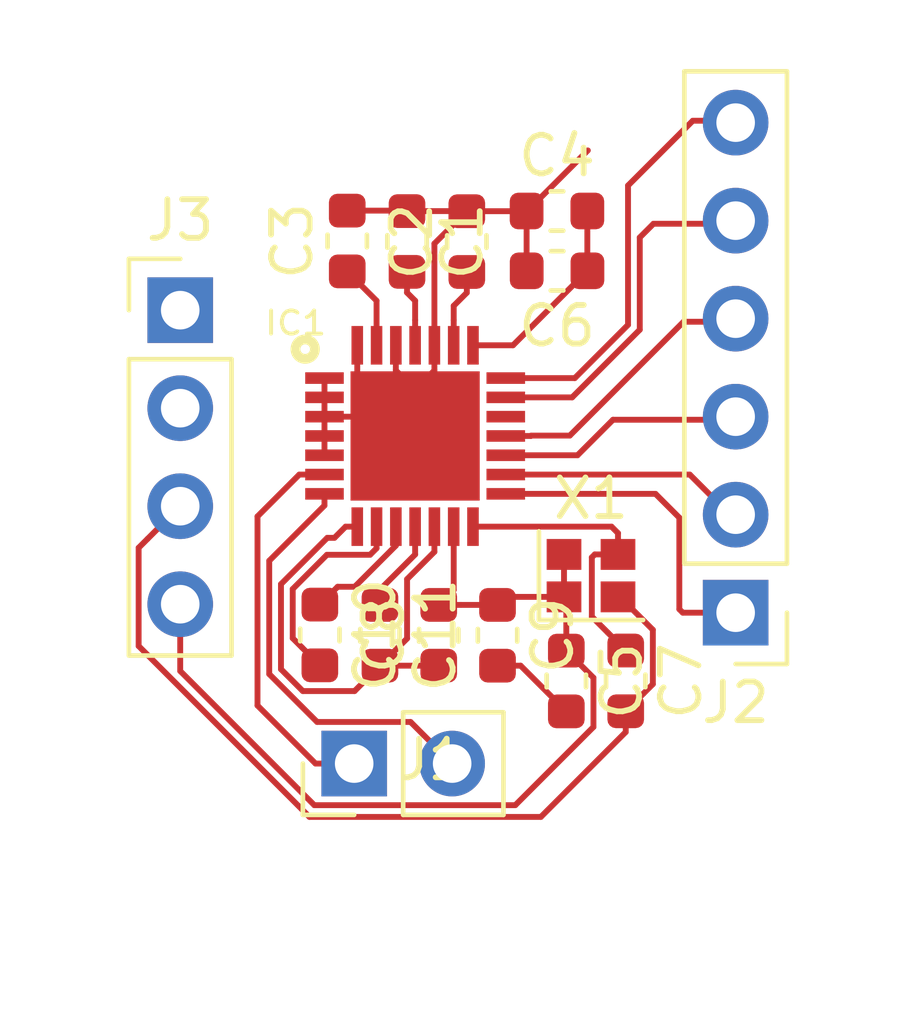
<source format=kicad_pcb>
(kicad_pcb (version 20171130) (host pcbnew "(5.0.1)-3")

  (general
    (thickness 1.6)
    (drawings 0)
    (tracks 152)
    (zones 0)
    (modules 16)
    (nets 20)
  )

  (page A4)
  (layers
    (0 F.Cu signal)
    (31 B.Cu signal)
    (32 B.Adhes user)
    (33 F.Adhes user)
    (34 B.Paste user)
    (35 F.Paste user)
    (36 B.SilkS user hide)
    (37 F.SilkS user)
    (38 B.Mask user)
    (39 F.Mask user hide)
    (40 Dwgs.User user)
    (41 Cmts.User user)
    (42 Eco1.User user)
    (43 Eco2.User user)
    (44 Edge.Cuts user)
    (45 Margin user)
    (46 B.CrtYd user)
    (47 F.CrtYd user)
    (48 B.Fab user)
    (49 F.Fab user)
  )

  (setup
    (last_trace_width 0.152)
    (trace_clearance 0.1524)
    (zone_clearance 0.508)
    (zone_45_only no)
    (trace_min 0.05)
    (segment_width 0.2)
    (edge_width 0.15)
    (via_size 0.508)
    (via_drill 0.3302)
    (via_min_size 0.152)
    (via_min_drill 0.3302)
    (uvia_size 0.508)
    (uvia_drill 0.3302)
    (uvias_allowed no)
    (uvia_min_size 0.2)
    (uvia_min_drill 0.1)
    (pcb_text_width 0.3)
    (pcb_text_size 1.5 1.5)
    (mod_edge_width 0.15)
    (mod_text_size 1 1)
    (mod_text_width 0.15)
    (pad_size 0.3 1)
    (pad_drill 0)
    (pad_to_mask_clearance 0.051)
    (solder_mask_min_width 0.25)
    (aux_axis_origin 0 0)
    (visible_elements 7FFFFFFF)
    (pcbplotparams
      (layerselection 0x010fc_ffffffff)
      (usegerberextensions false)
      (usegerberattributes false)
      (usegerberadvancedattributes false)
      (creategerberjobfile false)
      (excludeedgelayer true)
      (linewidth 0.100000)
      (plotframeref false)
      (viasonmask false)
      (mode 1)
      (useauxorigin false)
      (hpglpennumber 1)
      (hpglpenspeed 20)
      (hpglpendiameter 15.000000)
      (psnegative false)
      (psa4output false)
      (plotreference true)
      (plotvalue true)
      (plotinvisibletext false)
      (padsonsilk false)
      (subtractmaskfromsilk false)
      (outputformat 1)
      (mirror false)
      (drillshape 1)
      (scaleselection 1)
      (outputdirectory ""))
  )

  (net 0 "")
  (net 1 AGND)
  (net 2 "Net-(C1-Pad2)")
  (net 3 AVDD)
  (net 4 DVDD)
  (net 5 /INTB)
  (net 6 /INT2B)
  (net 7 /SDO)
  (net 8 /SDI)
  (net 9 /SCLK)
  (net 10 /CSB)
  (net 11 /FCLK)
  (net 12 "Net-(IC1-Pad7)")
  (net 13 "Net-(IC1-Pad6)")
  (net 14 DGND)
  (net 15 "Net-(C2-Pad1)")
  (net 16 "Net-(C3-Pad1)")
  (net 17 "Net-(C10-Pad1)")
  (net 18 "Net-(C10-Pad2)")
  (net 19 "Net-(C11-Pad1)")

  (net_class Default "This is the default net class."
    (clearance 0.1524)
    (trace_width 0.152)
    (via_dia 0.508)
    (via_drill 0.3302)
    (uvia_dia 0.508)
    (uvia_drill 0.3302)
    (add_net /CSB)
    (add_net /FCLK)
    (add_net /INT2B)
    (add_net /INTB)
    (add_net /SCLK)
    (add_net /SDI)
    (add_net /SDO)
    (add_net AGND)
    (add_net AVDD)
    (add_net DGND)
    (add_net DVDD)
    (add_net "Net-(C1-Pad2)")
    (add_net "Net-(C10-Pad1)")
    (add_net "Net-(C10-Pad2)")
    (add_net "Net-(C11-Pad1)")
    (add_net "Net-(C2-Pad1)")
    (add_net "Net-(C3-Pad1)")
    (add_net "Net-(IC1-Pad6)")
    (add_net "Net-(IC1-Pad7)")
  )

  (module Capacitor_SMD:C_0603_1608Metric (layer F.Cu) (tedit 5B301BBE) (tstamp 5D79C830)
    (at 245.19 85 270)
    (descr "Capacitor SMD 0603 (1608 Metric), square (rectangular) end terminal, IPC_7351 nominal, (Body size source: http://www.tortai-tech.com/upload/download/2011102023233369053.pdf), generated with kicad-footprint-generator")
    (tags capacitor)
    (path /5DC2B951)
    (attr smd)
    (fp_text reference C5 (at 0 -1.43 270) (layer F.SilkS)
      (effects (font (size 1 1) (thickness 0.15)))
    )
    (fp_text value 0.1uF (at 0 1.43 270) (layer F.Fab)
      (effects (font (size 1 1) (thickness 0.15)))
    )
    (fp_line (start -0.8 0.4) (end -0.8 -0.4) (layer F.Fab) (width 0.1))
    (fp_line (start -0.8 -0.4) (end 0.8 -0.4) (layer F.Fab) (width 0.1))
    (fp_line (start 0.8 -0.4) (end 0.8 0.4) (layer F.Fab) (width 0.1))
    (fp_line (start 0.8 0.4) (end -0.8 0.4) (layer F.Fab) (width 0.1))
    (fp_line (start -0.162779 -0.51) (end 0.162779 -0.51) (layer F.SilkS) (width 0.12))
    (fp_line (start -0.162779 0.51) (end 0.162779 0.51) (layer F.SilkS) (width 0.12))
    (fp_line (start -1.48 0.73) (end -1.48 -0.73) (layer F.CrtYd) (width 0.05))
    (fp_line (start -1.48 -0.73) (end 1.48 -0.73) (layer F.CrtYd) (width 0.05))
    (fp_line (start 1.48 -0.73) (end 1.48 0.73) (layer F.CrtYd) (width 0.05))
    (fp_line (start 1.48 0.73) (end -1.48 0.73) (layer F.CrtYd) (width 0.05))
    (fp_text user %R (at 0 0 270) (layer F.Fab)
      (effects (font (size 0.4 0.4) (thickness 0.06)))
    )
    (pad 1 smd roundrect (at -0.7875 0 270) (size 0.875 0.95) (layers F.Cu F.Paste F.Mask) (roundrect_rratio 0.25)
      (net 4 DVDD))
    (pad 2 smd roundrect (at 0.7875 0 270) (size 0.875 0.95) (layers F.Cu F.Paste F.Mask) (roundrect_rratio 0.25)
      (net 14 DGND))
    (model ${KISYS3DMOD}/Capacitor_SMD.3dshapes/C_0603_1608Metric.wrl
      (at (xyz 0 0 0))
      (scale (xyz 1 1 1))
      (rotate (xyz 0 0 0))
    )
  )

  (module Capacitor_SMD:C_0603_1608Metric (layer F.Cu) (tedit 5B301BBE) (tstamp 5D79C841)
    (at 246.73 84.9975 270)
    (descr "Capacitor SMD 0603 (1608 Metric), square (rectangular) end terminal, IPC_7351 nominal, (Body size source: http://www.tortai-tech.com/upload/download/2011102023233369053.pdf), generated with kicad-footprint-generator")
    (tags capacitor)
    (path /5DB92604)
    (attr smd)
    (fp_text reference C7 (at 0 -1.43 270) (layer F.SilkS)
      (effects (font (size 1 1) (thickness 0.15)))
    )
    (fp_text value 15pF (at 0 1.43 270) (layer F.Fab)
      (effects (font (size 1 1) (thickness 0.15)))
    )
    (fp_text user %R (at 0 0 270) (layer F.Fab)
      (effects (font (size 0.4 0.4) (thickness 0.06)))
    )
    (fp_line (start 1.48 0.73) (end -1.48 0.73) (layer F.CrtYd) (width 0.05))
    (fp_line (start 1.48 -0.73) (end 1.48 0.73) (layer F.CrtYd) (width 0.05))
    (fp_line (start -1.48 -0.73) (end 1.48 -0.73) (layer F.CrtYd) (width 0.05))
    (fp_line (start -1.48 0.73) (end -1.48 -0.73) (layer F.CrtYd) (width 0.05))
    (fp_line (start -0.162779 0.51) (end 0.162779 0.51) (layer F.SilkS) (width 0.12))
    (fp_line (start -0.162779 -0.51) (end 0.162779 -0.51) (layer F.SilkS) (width 0.12))
    (fp_line (start 0.8 0.4) (end -0.8 0.4) (layer F.Fab) (width 0.1))
    (fp_line (start 0.8 -0.4) (end 0.8 0.4) (layer F.Fab) (width 0.1))
    (fp_line (start -0.8 -0.4) (end 0.8 -0.4) (layer F.Fab) (width 0.1))
    (fp_line (start -0.8 0.4) (end -0.8 -0.4) (layer F.Fab) (width 0.1))
    (pad 2 smd roundrect (at 0.7875 0 270) (size 0.875 0.95) (layers F.Cu F.Paste F.Mask) (roundrect_rratio 0.25)
      (net 14 DGND))
    (pad 1 smd roundrect (at -0.7875 0 270) (size 0.875 0.95) (layers F.Cu F.Paste F.Mask) (roundrect_rratio 0.25)
      (net 11 /FCLK))
    (model ${KISYS3DMOD}/Capacitor_SMD.3dshapes/C_0603_1608Metric.wrl
      (at (xyz 0 0 0))
      (scale (xyz 1 1 1))
      (rotate (xyz 0 0 0))
    )
  )

  (module Capacitor_SMD:C_0603_1608Metric (layer F.Cu) (tedit 5B301BBE) (tstamp 5D79B461)
    (at 241.882 83.8155 90)
    (descr "Capacitor SMD 0603 (1608 Metric), square (rectangular) end terminal, IPC_7351 nominal, (Body size source: http://www.tortai-tech.com/upload/download/2011102023233369053.pdf), generated with kicad-footprint-generator")
    (tags capacitor)
    (path /5D9B740B)
    (attr smd)
    (fp_text reference C8 (at 0 -1.43 90) (layer F.SilkS)
      (effects (font (size 1 1) (thickness 0.15)))
    )
    (fp_text value 10uF (at 0 1.43 90) (layer F.Fab)
      (effects (font (size 1 1) (thickness 0.15)))
    )
    (fp_line (start -0.8 0.4) (end -0.8 -0.4) (layer F.Fab) (width 0.1))
    (fp_line (start -0.8 -0.4) (end 0.8 -0.4) (layer F.Fab) (width 0.1))
    (fp_line (start 0.8 -0.4) (end 0.8 0.4) (layer F.Fab) (width 0.1))
    (fp_line (start 0.8 0.4) (end -0.8 0.4) (layer F.Fab) (width 0.1))
    (fp_line (start -0.162779 -0.51) (end 0.162779 -0.51) (layer F.SilkS) (width 0.12))
    (fp_line (start -0.162779 0.51) (end 0.162779 0.51) (layer F.SilkS) (width 0.12))
    (fp_line (start -1.48 0.73) (end -1.48 -0.73) (layer F.CrtYd) (width 0.05))
    (fp_line (start -1.48 -0.73) (end 1.48 -0.73) (layer F.CrtYd) (width 0.05))
    (fp_line (start 1.48 -0.73) (end 1.48 0.73) (layer F.CrtYd) (width 0.05))
    (fp_line (start 1.48 0.73) (end -1.48 0.73) (layer F.CrtYd) (width 0.05))
    (fp_text user %R (at 0 0 90) (layer F.Fab)
      (effects (font (size 0.4 0.4) (thickness 0.06)))
    )
    (pad 1 smd roundrect (at -0.7875 0 90) (size 0.875 0.95) (layers F.Cu F.Paste F.Mask) (roundrect_rratio 0.25)
      (net 14 DGND))
    (pad 2 smd roundrect (at 0.7875 0 90) (size 0.875 0.95) (layers F.Cu F.Paste F.Mask) (roundrect_rratio 0.25)
      (net 4 DVDD))
    (model ${KISYS3DMOD}/Capacitor_SMD.3dshapes/C_0603_1608Metric.wrl
      (at (xyz 0 0 0))
      (scale (xyz 1 1 1))
      (rotate (xyz 0 0 0))
    )
  )

  (module Package_DFN_QFN:QFN50P500X500X80-29N (layer F.Cu) (tedit 5D78EE5D) (tstamp 5D79AF9C)
    (at 241.27 78.65)
    (descr "21-0140 AH")
    (tags "Integrated Circuit")
    (path /5D5FA980)
    (attr smd)
    (fp_text reference IC1 (at -3.1 -2.925 180) (layer F.SilkS)
      (effects (font (size 0.6 0.65) (thickness 0.1)))
    )
    (fp_text value MAX30003CTI+ (at 0 0) (layer F.SilkS) hide
      (effects (font (size 1.27 1.27) (thickness 0.254)))
    )
    (fp_circle (center -2.85 -2.25) (end -2.725 -2.25) (layer F.SilkS) (width 0.254))
    (fp_line (start -2.5 -2) (end -2 -2.5) (layer Dwgs.User) (width 0.1))
    (fp_line (start -2.5 2.5) (end -2.5 -2.5) (layer Dwgs.User) (width 0.1))
    (fp_line (start 2.5 2.5) (end -2.5 2.5) (layer Dwgs.User) (width 0.1))
    (fp_line (start 2.5 -2.5) (end 2.5 2.5) (layer Dwgs.User) (width 0.1))
    (fp_line (start -2.5 -2.5) (end 2.5 -2.5) (layer Dwgs.User) (width 0.1))
    (fp_line (start -3.1 3.1) (end -3.1 -3.1) (layer Dwgs.User) (width 0.05))
    (fp_line (start 3.1 3.1) (end -3.1 3.1) (layer Dwgs.User) (width 0.05))
    (fp_line (start 3.1 -3.1) (end 3.1 3.1) (layer Dwgs.User) (width 0.05))
    (fp_line (start -3.1 -3.1) (end 3.1 -3.1) (layer Dwgs.User) (width 0.05))
    (pad 29 smd rect (at 0 0) (size 3.35 3.35) (layers F.Cu F.Paste F.Mask)
      (net 1 AGND))
    (pad 28 smd rect (at -1.5 -2.35) (size 0.3 1) (layers F.Cu F.Paste F.Mask)
      (net 1 AGND))
    (pad 27 smd rect (at -1 -2.35) (size 0.3 1) (layers F.Cu F.Paste F.Mask)
      (net 16 "Net-(C3-Pad1)"))
    (pad 26 smd rect (at -0.5 -2.35) (size 0.3 1) (layers F.Cu F.Paste F.Mask)
      (net 1 AGND))
    (pad 25 smd rect (at 0 -2.35) (size 0.3 1) (layers F.Cu F.Paste F.Mask)
      (net 2 "Net-(C1-Pad2)"))
    (pad 24 smd rect (at 0.5 -2.35) (size 0.3 1) (layers F.Cu F.Paste F.Mask)
      (net 1 AGND))
    (pad 23 smd rect (at 1 -2.35) (size 0.3 1) (layers F.Cu F.Paste F.Mask)
      (net 15 "Net-(C2-Pad1)"))
    (pad 22 smd rect (at 1.5 -2.35) (size 0.3 1) (layers F.Cu F.Paste F.Mask)
      (net 3 AVDD))
    (pad 21 smd rect (at 2.35 -1.5 90) (size 0.3 1) (layers F.Cu F.Paste F.Mask)
      (net 5 /INTB))
    (pad 20 smd rect (at 2.35 -1 90) (size 0.3 1) (layers F.Cu F.Paste F.Mask)
      (net 6 /INT2B))
    (pad 19 smd rect (at 2.35 -0.5 90) (size 0.3 1) (layers F.Cu F.Paste F.Mask)
      (net 4 DVDD))
    (pad 18 smd rect (at 2.35 0 90) (size 0.3 1) (layers F.Cu F.Paste F.Mask)
      (net 7 /SDO))
    (pad 17 smd rect (at 2.35 0.5 90) (size 0.3 1) (layers F.Cu F.Paste F.Mask)
      (net 8 /SDI))
    (pad 16 smd rect (at 2.35 1 90) (size 0.3 1) (layers F.Cu F.Paste F.Mask)
      (net 9 /SCLK))
    (pad 15 smd rect (at 2.35 1.5 90) (size 0.3 1) (layers F.Cu F.Paste F.Mask)
      (net 10 /CSB))
    (pad 14 smd rect (at 1.5 2.35) (size 0.3 1) (layers F.Cu F.Paste F.Mask)
      (net 11 /FCLK))
    (pad 13 smd rect (at 1 2.35) (size 0.3 1) (layers F.Cu F.Paste F.Mask)
      (net 4 DVDD))
    (pad 12 smd rect (at 0.5 2.35) (size 0.3 1) (layers F.Cu F.Paste F.Mask)
      (net 14 DGND))
    (pad 11 smd rect (at 0 2.35) (size 0.3 1) (layers F.Cu F.Paste F.Mask)
      (net 19 "Net-(C11-Pad1)"))
    (pad 10 smd rect (at -0.5 2.35) (size 0.3 1) (layers F.Cu F.Paste F.Mask)
      (net 17 "Net-(C10-Pad1)"))
    (pad 9 smd rect (at -1 2.35) (size 0.3 1) (layers F.Cu F.Paste F.Mask)
      (net 18 "Net-(C10-Pad2)"))
    (pad 8 smd rect (at -1.5 2.35) (size 0.3 1) (layers F.Cu F.Paste F.Mask)
      (net 14 DGND))
    (pad 7 smd rect (at -2.35 1.5 90) (size 0.3 1) (layers F.Cu F.Paste F.Mask)
      (net 12 "Net-(IC1-Pad7)"))
    (pad 6 smd rect (at -2.35 1 90) (size 0.3 1) (layers F.Cu F.Paste F.Mask)
      (net 13 "Net-(IC1-Pad6)"))
    (pad 5 smd rect (at -2.35 0.5 90) (size 0.3 1) (layers F.Cu F.Paste F.Mask)
      (net 1 AGND))
    (pad 4 smd rect (at -2.35 0 90) (size 0.3 1) (layers F.Cu F.Paste F.Mask)
      (net 1 AGND))
    (pad 3 smd rect (at -2.35 -0.5 90) (size 0.3 1) (layers F.Cu F.Paste F.Mask)
      (net 1 AGND))
    (pad 2 smd rect (at -2.35 -1 90) (size 0.3 1) (layers F.Cu F.Paste F.Mask)
      (net 1 AGND))
    (pad 1 smd rect (at -2.35 -1.5 90) (size 0.3 1) (layers F.Cu F.Paste F.Mask)
      (net 1 AGND))
  )

  (module Capacitor_SMD:C_0603_1608Metric (layer F.Cu) (tedit 5B301BBE) (tstamp 5D79DA19)
    (at 241.06 73.61 270)
    (descr "Capacitor SMD 0603 (1608 Metric), square (rectangular) end terminal, IPC_7351 nominal, (Body size source: http://www.tortai-tech.com/upload/download/2011102023233369053.pdf), generated with kicad-footprint-generator")
    (tags capacitor)
    (path /5D7C9BBA)
    (attr smd)
    (fp_text reference C1 (at 0 -1.43 270) (layer F.SilkS)
      (effects (font (size 1 1) (thickness 0.15)))
    )
    (fp_text value 10uF (at 0 1.43 270) (layer F.Fab)
      (effects (font (size 1 1) (thickness 0.15)))
    )
    (fp_line (start -0.8 0.4) (end -0.8 -0.4) (layer F.Fab) (width 0.1))
    (fp_line (start -0.8 -0.4) (end 0.8 -0.4) (layer F.Fab) (width 0.1))
    (fp_line (start 0.8 -0.4) (end 0.8 0.4) (layer F.Fab) (width 0.1))
    (fp_line (start 0.8 0.4) (end -0.8 0.4) (layer F.Fab) (width 0.1))
    (fp_line (start -0.162779 -0.51) (end 0.162779 -0.51) (layer F.SilkS) (width 0.12))
    (fp_line (start -0.162779 0.51) (end 0.162779 0.51) (layer F.SilkS) (width 0.12))
    (fp_line (start -1.48 0.73) (end -1.48 -0.73) (layer F.CrtYd) (width 0.05))
    (fp_line (start -1.48 -0.73) (end 1.48 -0.73) (layer F.CrtYd) (width 0.05))
    (fp_line (start 1.48 -0.73) (end 1.48 0.73) (layer F.CrtYd) (width 0.05))
    (fp_line (start 1.48 0.73) (end -1.48 0.73) (layer F.CrtYd) (width 0.05))
    (fp_text user %R (at 0 0 270) (layer F.Fab)
      (effects (font (size 0.4 0.4) (thickness 0.06)))
    )
    (pad 1 smd roundrect (at -0.7875 0 270) (size 0.875 0.95) (layers F.Cu F.Paste F.Mask) (roundrect_rratio 0.25)
      (net 1 AGND))
    (pad 2 smd roundrect (at 0.7875 0 270) (size 0.875 0.95) (layers F.Cu F.Paste F.Mask) (roundrect_rratio 0.25)
      (net 2 "Net-(C1-Pad2)"))
    (model ${KISYS3DMOD}/Capacitor_SMD.3dshapes/C_0603_1608Metric.wrl
      (at (xyz 0 0 0))
      (scale (xyz 1 1 1))
      (rotate (xyz 0 0 0))
    )
  )

  (module Capacitor_SMD:C_0603_1608Metric (layer F.Cu) (tedit 5D78F597) (tstamp 5D79D652)
    (at 244.9475 72.82)
    (descr "Capacitor SMD 0603 (1608 Metric), square (rectangular) end terminal, IPC_7351 nominal, (Body size source: http://www.tortai-tech.com/upload/download/2011102023233369053.pdf), generated with kicad-footprint-generator")
    (tags capacitor)
    (path /5DAC4299)
    (attr smd)
    (fp_text reference C4 (at 0 -1.43) (layer F.SilkS)
      (effects (font (size 1 1) (thickness 0.15)))
    )
    (fp_text value 0.1uF (at 0 1.43) (layer F.Fab)
      (effects (font (size 1 1) (thickness 0.15)))
    )
    (fp_text user %R (at 0 0) (layer F.Fab)
      (effects (font (size 0.4 0.4) (thickness 0.06)))
    )
    (fp_line (start 1.48 0.73) (end -1.48 0.73) (layer F.CrtYd) (width 0.05))
    (fp_line (start 1.48 -0.73) (end 1.48 0.73) (layer F.CrtYd) (width 0.05))
    (fp_line (start -1.48 -0.73) (end 1.48 -0.73) (layer F.CrtYd) (width 0.05))
    (fp_line (start -1.48 0.73) (end -1.48 -0.73) (layer F.CrtYd) (width 0.05))
    (fp_line (start -0.162779 0.51) (end 0.162779 0.51) (layer F.SilkS) (width 0.12))
    (fp_line (start -0.162779 -0.51) (end 0.162779 -0.51) (layer F.SilkS) (width 0.12))
    (fp_line (start 0.8 0.4) (end -0.8 0.4) (layer F.Fab) (width 0.1))
    (fp_line (start 0.8 -0.4) (end 0.8 0.4) (layer F.Fab) (width 0.1))
    (fp_line (start -0.8 -0.4) (end 0.8 -0.4) (layer F.Fab) (width 0.1))
    (fp_line (start -0.8 0.4) (end -0.8 -0.4) (layer F.Fab) (width 0.1))
    (pad 2 smd roundrect (at 0.7875 0) (size 0.875 0.95) (layers F.Cu F.Paste F.Mask) (roundrect_rratio 0.25)
      (net 3 AVDD))
    (pad 1 smd roundrect (at -0.7875 0) (size 0.875 0.95) (layers F.Cu F.Paste F.Mask) (roundrect_rratio 0.25)
      (net 1 AGND))
    (model ${KISYS3DMOD}/Capacitor_SMD.3dshapes/C_0603_1608Metric.wrl
      (at (xyz 0 0 0))
      (scale (xyz 1 1 1))
      (rotate (xyz 0 0 0))
    )
  )

  (module Capacitor_SMD:C_0603_1608Metric (layer F.Cu) (tedit 5B301BBE) (tstamp 5D79B450)
    (at 244.95 74.37 180)
    (descr "Capacitor SMD 0603 (1608 Metric), square (rectangular) end terminal, IPC_7351 nominal, (Body size source: http://www.tortai-tech.com/upload/download/2011102023233369053.pdf), generated with kicad-footprint-generator")
    (tags capacitor)
    (path /5D82A66E)
    (attr smd)
    (fp_text reference C6 (at 0 -1.43 180) (layer F.SilkS)
      (effects (font (size 1 1) (thickness 0.15)))
    )
    (fp_text value 10uF (at 0 1.43 180) (layer F.Fab)
      (effects (font (size 1 1) (thickness 0.15)))
    )
    (fp_line (start -0.8 0.4) (end -0.8 -0.4) (layer F.Fab) (width 0.1))
    (fp_line (start -0.8 -0.4) (end 0.8 -0.4) (layer F.Fab) (width 0.1))
    (fp_line (start 0.8 -0.4) (end 0.8 0.4) (layer F.Fab) (width 0.1))
    (fp_line (start 0.8 0.4) (end -0.8 0.4) (layer F.Fab) (width 0.1))
    (fp_line (start -0.162779 -0.51) (end 0.162779 -0.51) (layer F.SilkS) (width 0.12))
    (fp_line (start -0.162779 0.51) (end 0.162779 0.51) (layer F.SilkS) (width 0.12))
    (fp_line (start -1.48 0.73) (end -1.48 -0.73) (layer F.CrtYd) (width 0.05))
    (fp_line (start -1.48 -0.73) (end 1.48 -0.73) (layer F.CrtYd) (width 0.05))
    (fp_line (start 1.48 -0.73) (end 1.48 0.73) (layer F.CrtYd) (width 0.05))
    (fp_line (start 1.48 0.73) (end -1.48 0.73) (layer F.CrtYd) (width 0.05))
    (fp_text user %R (at 0 0 180) (layer F.Fab)
      (effects (font (size 0.4 0.4) (thickness 0.06)))
    )
    (pad 1 smd roundrect (at -0.7875 0 180) (size 0.875 0.95) (layers F.Cu F.Paste F.Mask) (roundrect_rratio 0.25)
      (net 3 AVDD))
    (pad 2 smd roundrect (at 0.7875 0 180) (size 0.875 0.95) (layers F.Cu F.Paste F.Mask) (roundrect_rratio 0.25)
      (net 1 AGND))
    (model ${KISYS3DMOD}/Capacitor_SMD.3dshapes/C_0603_1608Metric.wrl
      (at (xyz 0 0 0))
      (scale (xyz 1 1 1))
      (rotate (xyz 0 0 0))
    )
  )

  (module Capacitor_SMD:C_0603_1608Metric (layer F.Cu) (tedit 5D78F3A7) (tstamp 5D79E6DC)
    (at 238.8 83.8075 270)
    (descr "Capacitor SMD 0603 (1608 Metric), square (rectangular) end terminal, IPC_7351 nominal, (Body size source: http://www.tortai-tech.com/upload/download/2011102023233369053.pdf), generated with kicad-footprint-generator")
    (tags capacitor)
    (path /5D82A66A)
    (attr smd)
    (fp_text reference C10 (at 0 -1.43 270) (layer F.SilkS)
      (effects (font (size 1 1) (thickness 0.15)))
    )
    (fp_text value 1uF (at 0 1.43 270) (layer F.Fab)
      (effects (font (size 1 1) (thickness 0.15)))
    )
    (fp_line (start -0.8 0.4) (end -0.8 -0.4) (layer F.Fab) (width 0.1))
    (fp_line (start -0.8 -0.4) (end 0.8 -0.4) (layer F.Fab) (width 0.1))
    (fp_line (start 0.8 -0.4) (end 0.8 0.4) (layer F.Fab) (width 0.1))
    (fp_line (start 0.8 0.4) (end -0.8 0.4) (layer F.Fab) (width 0.1))
    (fp_line (start -0.162779 -0.51) (end 0.162779 -0.51) (layer F.SilkS) (width 0.12))
    (fp_line (start -0.162779 0.51) (end 0.162779 0.51) (layer F.SilkS) (width 0.12))
    (fp_line (start -1.48 0.73) (end -1.48 -0.73) (layer F.CrtYd) (width 0.05))
    (fp_line (start -1.48 -0.73) (end 1.48 -0.73) (layer F.CrtYd) (width 0.05))
    (fp_line (start 1.48 -0.73) (end 1.48 0.73) (layer F.CrtYd) (width 0.05))
    (fp_line (start 1.48 0.73) (end -1.48 0.73) (layer F.CrtYd) (width 0.05))
    (fp_text user %R (at 0 0 270) (layer F.Fab)
      (effects (font (size 0.4 0.4) (thickness 0.06)))
    )
    (pad 1 smd roundrect (at -0.7875 0 270) (size 0.875 0.95) (layers F.Cu F.Paste F.Mask) (roundrect_rratio 0.25)
      (net 17 "Net-(C10-Pad1)"))
    (pad 2 smd roundrect (at 0.7875 0 270) (size 0.875 0.95) (layers F.Cu F.Paste F.Mask) (roundrect_rratio 0.25)
      (net 18 "Net-(C10-Pad2)"))
    (model ${KISYS3DMOD}/Capacitor_SMD.3dshapes/C_0603_1608Metric.wrl
      (at (xyz 0 0 0))
      (scale (xyz 1 1 1))
      (rotate (xyz 0 0 0))
    )
  )

  (module Capacitor_SMD:C_0603_1608Metric (layer F.Cu) (tedit 5D78F82F) (tstamp 5D79D1BC)
    (at 240.358 83.8155 270)
    (descr "Capacitor SMD 0603 (1608 Metric), square (rectangular) end terminal, IPC_7351 nominal, (Body size source: http://www.tortai-tech.com/upload/download/2011102023233369053.pdf), generated with kicad-footprint-generator")
    (tags capacitor)
    (path /5D82A66B)
    (attr smd)
    (fp_text reference C11 (at 0 -1.43 270) (layer F.SilkS)
      (effects (font (size 1 1) (thickness 0.15)))
    )
    (fp_text value 1nF (at 0 1.43 270) (layer F.Fab)
      (effects (font (size 1 1) (thickness 0.15)))
    )
    (fp_text user %R (at 0 0 270) (layer F.Fab)
      (effects (font (size 0.4 0.4) (thickness 0.06)))
    )
    (fp_line (start 1.48 0.73) (end -1.48 0.73) (layer F.CrtYd) (width 0.05))
    (fp_line (start 1.48 -0.73) (end 1.48 0.73) (layer F.CrtYd) (width 0.05))
    (fp_line (start -1.48 -0.73) (end 1.48 -0.73) (layer F.CrtYd) (width 0.05))
    (fp_line (start -1.48 0.73) (end -1.48 -0.73) (layer F.CrtYd) (width 0.05))
    (fp_line (start -0.162779 0.51) (end 0.162779 0.51) (layer F.SilkS) (width 0.12))
    (fp_line (start -0.162779 -0.51) (end 0.162779 -0.51) (layer F.SilkS) (width 0.12))
    (fp_line (start 0.8 0.4) (end -0.8 0.4) (layer F.Fab) (width 0.1))
    (fp_line (start 0.8 -0.4) (end 0.8 0.4) (layer F.Fab) (width 0.1))
    (fp_line (start -0.8 -0.4) (end 0.8 -0.4) (layer F.Fab) (width 0.1))
    (fp_line (start -0.8 0.4) (end -0.8 -0.4) (layer F.Fab) (width 0.1))
    (pad 2 smd roundrect (at 0.7875 0 270) (size 0.875 0.95) (layers F.Cu F.Paste F.Mask) (roundrect_rratio 0.25)
      (net 14 DGND))
    (pad 1 smd roundrect (at -0.7875 0 270) (size 0.875 0.95) (layers F.Cu F.Paste F.Mask) (roundrect_rratio 0.25)
      (net 19 "Net-(C11-Pad1)"))
    (model ${KISYS3DMOD}/Capacitor_SMD.3dshapes/C_0603_1608Metric.wrl
      (at (xyz 0 0 0))
      (scale (xyz 1 1 1))
      (rotate (xyz 0 0 0))
    )
  )

  (module Connector_PinHeader_2.54mm:PinHeader_1x04_P2.54mm_Vertical (layer F.Cu) (tedit 59FED5CC) (tstamp 5D79C66A)
    (at 235.18 75.39)
    (descr "Through hole straight pin header, 1x04, 2.54mm pitch, single row")
    (tags "Through hole pin header THT 1x04 2.54mm single row")
    (path /5D7B1EA3)
    (fp_text reference J3 (at 0 -2.33) (layer F.SilkS)
      (effects (font (size 1 1) (thickness 0.15)))
    )
    (fp_text value Conn_01x04 (at 0 9.95) (layer F.Fab)
      (effects (font (size 1 1) (thickness 0.15)))
    )
    (fp_line (start -0.635 -1.27) (end 1.27 -1.27) (layer F.Fab) (width 0.1))
    (fp_line (start 1.27 -1.27) (end 1.27 8.89) (layer F.Fab) (width 0.1))
    (fp_line (start 1.27 8.89) (end -1.27 8.89) (layer F.Fab) (width 0.1))
    (fp_line (start -1.27 8.89) (end -1.27 -0.635) (layer F.Fab) (width 0.1))
    (fp_line (start -1.27 -0.635) (end -0.635 -1.27) (layer F.Fab) (width 0.1))
    (fp_line (start -1.33 8.95) (end 1.33 8.95) (layer F.SilkS) (width 0.12))
    (fp_line (start -1.33 1.27) (end -1.33 8.95) (layer F.SilkS) (width 0.12))
    (fp_line (start 1.33 1.27) (end 1.33 8.95) (layer F.SilkS) (width 0.12))
    (fp_line (start -1.33 1.27) (end 1.33 1.27) (layer F.SilkS) (width 0.12))
    (fp_line (start -1.33 0) (end -1.33 -1.33) (layer F.SilkS) (width 0.12))
    (fp_line (start -1.33 -1.33) (end 0 -1.33) (layer F.SilkS) (width 0.12))
    (fp_line (start -1.8 -1.8) (end -1.8 9.4) (layer F.CrtYd) (width 0.05))
    (fp_line (start -1.8 9.4) (end 1.8 9.4) (layer F.CrtYd) (width 0.05))
    (fp_line (start 1.8 9.4) (end 1.8 -1.8) (layer F.CrtYd) (width 0.05))
    (fp_line (start 1.8 -1.8) (end -1.8 -1.8) (layer F.CrtYd) (width 0.05))
    (fp_text user %R (at 0 3.81 90) (layer F.Fab)
      (effects (font (size 1 1) (thickness 0.15)))
    )
    (pad 1 thru_hole rect (at 0 0) (size 1.7 1.7) (drill 1) (layers *.Cu *.Mask)
      (net 1 AGND))
    (pad 2 thru_hole oval (at 0 2.54) (size 1.7 1.7) (drill 1) (layers *.Cu *.Mask)
      (net 3 AVDD))
    (pad 3 thru_hole oval (at 0 5.08) (size 1.7 1.7) (drill 1) (layers *.Cu *.Mask)
      (net 14 DGND))
    (pad 4 thru_hole oval (at 0 7.62) (size 1.7 1.7) (drill 1) (layers *.Cu *.Mask)
      (net 4 DVDD))
    (model ${KISYS3DMOD}/Connector_PinHeader_2.54mm.3dshapes/PinHeader_1x04_P2.54mm_Vertical.wrl
      (at (xyz 0 0 0))
      (scale (xyz 1 1 1))
      (rotate (xyz 0 0 0))
    )
  )

  (module Capacitor_SMD:C_0603_1608Metric (layer F.Cu) (tedit 5B301BBE) (tstamp 5D79C80E)
    (at 242.61 73.6125 90)
    (descr "Capacitor SMD 0603 (1608 Metric), square (rectangular) end terminal, IPC_7351 nominal, (Body size source: http://www.tortai-tech.com/upload/download/2011102023233369053.pdf), generated with kicad-footprint-generator")
    (tags capacitor)
    (path /5D82A668)
    (attr smd)
    (fp_text reference C2 (at 0 -1.43 90) (layer F.SilkS)
      (effects (font (size 1 1) (thickness 0.15)))
    )
    (fp_text value 10uF (at 0 1.43 90) (layer F.Fab)
      (effects (font (size 1 1) (thickness 0.15)))
    )
    (fp_text user %R (at 0 0 90) (layer F.Fab)
      (effects (font (size 0.4 0.4) (thickness 0.06)))
    )
    (fp_line (start 1.48 0.73) (end -1.48 0.73) (layer F.CrtYd) (width 0.05))
    (fp_line (start 1.48 -0.73) (end 1.48 0.73) (layer F.CrtYd) (width 0.05))
    (fp_line (start -1.48 -0.73) (end 1.48 -0.73) (layer F.CrtYd) (width 0.05))
    (fp_line (start -1.48 0.73) (end -1.48 -0.73) (layer F.CrtYd) (width 0.05))
    (fp_line (start -0.162779 0.51) (end 0.162779 0.51) (layer F.SilkS) (width 0.12))
    (fp_line (start -0.162779 -0.51) (end 0.162779 -0.51) (layer F.SilkS) (width 0.12))
    (fp_line (start 0.8 0.4) (end -0.8 0.4) (layer F.Fab) (width 0.1))
    (fp_line (start 0.8 -0.4) (end 0.8 0.4) (layer F.Fab) (width 0.1))
    (fp_line (start -0.8 -0.4) (end 0.8 -0.4) (layer F.Fab) (width 0.1))
    (fp_line (start -0.8 0.4) (end -0.8 -0.4) (layer F.Fab) (width 0.1))
    (pad 2 smd roundrect (at 0.7875 0 90) (size 0.875 0.95) (layers F.Cu F.Paste F.Mask) (roundrect_rratio 0.25)
      (net 1 AGND))
    (pad 1 smd roundrect (at -0.7875 0 90) (size 0.875 0.95) (layers F.Cu F.Paste F.Mask) (roundrect_rratio 0.25)
      (net 15 "Net-(C2-Pad1)"))
    (model ${KISYS3DMOD}/Capacitor_SMD.3dshapes/C_0603_1608Metric.wrl
      (at (xyz 0 0 0))
      (scale (xyz 1 1 1))
      (rotate (xyz 0 0 0))
    )
  )

  (module Capacitor_SMD:C_0603_1608Metric (layer F.Cu) (tedit 5B301BBE) (tstamp 5D79D9B8)
    (at 239.51 73.5975 90)
    (descr "Capacitor SMD 0603 (1608 Metric), square (rectangular) end terminal, IPC_7351 nominal, (Body size source: http://www.tortai-tech.com/upload/download/2011102023233369053.pdf), generated with kicad-footprint-generator")
    (tags capacitor)
    (path /5D82A667)
    (attr smd)
    (fp_text reference C3 (at 0 -1.43 90) (layer F.SilkS)
      (effects (font (size 1 1) (thickness 0.15)))
    )
    (fp_text value 1uF (at 0 1.43 90) (layer F.Fab)
      (effects (font (size 1 1) (thickness 0.15)))
    )
    (fp_line (start -0.8 0.4) (end -0.8 -0.4) (layer F.Fab) (width 0.1))
    (fp_line (start -0.8 -0.4) (end 0.8 -0.4) (layer F.Fab) (width 0.1))
    (fp_line (start 0.8 -0.4) (end 0.8 0.4) (layer F.Fab) (width 0.1))
    (fp_line (start 0.8 0.4) (end -0.8 0.4) (layer F.Fab) (width 0.1))
    (fp_line (start -0.162779 -0.51) (end 0.162779 -0.51) (layer F.SilkS) (width 0.12))
    (fp_line (start -0.162779 0.51) (end 0.162779 0.51) (layer F.SilkS) (width 0.12))
    (fp_line (start -1.48 0.73) (end -1.48 -0.73) (layer F.CrtYd) (width 0.05))
    (fp_line (start -1.48 -0.73) (end 1.48 -0.73) (layer F.CrtYd) (width 0.05))
    (fp_line (start 1.48 -0.73) (end 1.48 0.73) (layer F.CrtYd) (width 0.05))
    (fp_line (start 1.48 0.73) (end -1.48 0.73) (layer F.CrtYd) (width 0.05))
    (fp_text user %R (at 0 0 90) (layer F.Fab)
      (effects (font (size 0.4 0.4) (thickness 0.06)))
    )
    (pad 1 smd roundrect (at -0.7875 0 90) (size 0.875 0.95) (layers F.Cu F.Paste F.Mask) (roundrect_rratio 0.25)
      (net 16 "Net-(C3-Pad1)"))
    (pad 2 smd roundrect (at 0.7875 0 90) (size 0.875 0.95) (layers F.Cu F.Paste F.Mask) (roundrect_rratio 0.25)
      (net 1 AGND))
    (model ${KISYS3DMOD}/Capacitor_SMD.3dshapes/C_0603_1608Metric.wrl
      (at (xyz 0 0 0))
      (scale (xyz 1 1 1))
      (rotate (xyz 0 0 0))
    )
  )

  (module Capacitor_SMD:C_0603_1608Metric (layer F.Cu) (tedit 5B301BBE) (tstamp 5D79C852)
    (at 243.406 83.8155 270)
    (descr "Capacitor SMD 0603 (1608 Metric), square (rectangular) end terminal, IPC_7351 nominal, (Body size source: http://www.tortai-tech.com/upload/download/2011102023233369053.pdf), generated with kicad-footprint-generator")
    (tags capacitor)
    (path /5D9B752B)
    (attr smd)
    (fp_text reference C9 (at 0 -1.43 270) (layer F.SilkS)
      (effects (font (size 1 1) (thickness 0.15)))
    )
    (fp_text value 0.1uF (at 0 1.43 270) (layer F.Fab)
      (effects (font (size 1 1) (thickness 0.15)))
    )
    (fp_line (start -0.8 0.4) (end -0.8 -0.4) (layer F.Fab) (width 0.1))
    (fp_line (start -0.8 -0.4) (end 0.8 -0.4) (layer F.Fab) (width 0.1))
    (fp_line (start 0.8 -0.4) (end 0.8 0.4) (layer F.Fab) (width 0.1))
    (fp_line (start 0.8 0.4) (end -0.8 0.4) (layer F.Fab) (width 0.1))
    (fp_line (start -0.162779 -0.51) (end 0.162779 -0.51) (layer F.SilkS) (width 0.12))
    (fp_line (start -0.162779 0.51) (end 0.162779 0.51) (layer F.SilkS) (width 0.12))
    (fp_line (start -1.48 0.73) (end -1.48 -0.73) (layer F.CrtYd) (width 0.05))
    (fp_line (start -1.48 -0.73) (end 1.48 -0.73) (layer F.CrtYd) (width 0.05))
    (fp_line (start 1.48 -0.73) (end 1.48 0.73) (layer F.CrtYd) (width 0.05))
    (fp_line (start 1.48 0.73) (end -1.48 0.73) (layer F.CrtYd) (width 0.05))
    (fp_text user %R (at 0 0 270) (layer F.Fab)
      (effects (font (size 0.4 0.4) (thickness 0.06)))
    )
    (pad 1 smd roundrect (at -0.7875 0 270) (size 0.875 0.95) (layers F.Cu F.Paste F.Mask) (roundrect_rratio 0.25)
      (net 4 DVDD))
    (pad 2 smd roundrect (at 0.7875 0 270) (size 0.875 0.95) (layers F.Cu F.Paste F.Mask) (roundrect_rratio 0.25)
      (net 14 DGND))
    (model ${KISYS3DMOD}/Capacitor_SMD.3dshapes/C_0603_1608Metric.wrl
      (at (xyz 0 0 0))
      (scale (xyz 1 1 1))
      (rotate (xyz 0 0 0))
    )
  )

  (module Crystal:Crystal_SMD_2016-4Pin_2.0x1.6mm (layer F.Cu) (tedit 5A0FD1B2) (tstamp 5D79C86A)
    (at 245.83 82.27)
    (descr "SMD Crystal SERIES SMD2016/4 http://www.q-crystal.com/upload/5/2015552223166229.pdf, 2.0x1.6mm^2 package")
    (tags "SMD SMT crystal")
    (path /5DB377A1)
    (attr smd)
    (fp_text reference X1 (at 0 -2) (layer F.SilkS)
      (effects (font (size 1 1) (thickness 0.15)))
    )
    (fp_text value KX2013E0032.768000 (at 0 2) (layer F.Fab)
      (effects (font (size 1 1) (thickness 0.15)))
    )
    (fp_text user %R (at 0 0) (layer F.Fab)
      (effects (font (size 0.5 0.5) (thickness 0.075)))
    )
    (fp_line (start -0.9 -0.8) (end 0.9 -0.8) (layer F.Fab) (width 0.1))
    (fp_line (start 0.9 -0.8) (end 1 -0.7) (layer F.Fab) (width 0.1))
    (fp_line (start 1 -0.7) (end 1 0.7) (layer F.Fab) (width 0.1))
    (fp_line (start 1 0.7) (end 0.9 0.8) (layer F.Fab) (width 0.1))
    (fp_line (start 0.9 0.8) (end -0.9 0.8) (layer F.Fab) (width 0.1))
    (fp_line (start -0.9 0.8) (end -1 0.7) (layer F.Fab) (width 0.1))
    (fp_line (start -1 0.7) (end -1 -0.7) (layer F.Fab) (width 0.1))
    (fp_line (start -1 -0.7) (end -0.9 -0.8) (layer F.Fab) (width 0.1))
    (fp_line (start -1 0.3) (end -0.5 0.8) (layer F.Fab) (width 0.1))
    (fp_line (start -1.35 -1.15) (end -1.35 1.15) (layer F.SilkS) (width 0.12))
    (fp_line (start -1.35 1.15) (end 1.35 1.15) (layer F.SilkS) (width 0.12))
    (fp_line (start -1.4 -1.3) (end -1.4 1.3) (layer F.CrtYd) (width 0.05))
    (fp_line (start -1.4 1.3) (end 1.4 1.3) (layer F.CrtYd) (width 0.05))
    (fp_line (start 1.4 1.3) (end 1.4 -1.3) (layer F.CrtYd) (width 0.05))
    (fp_line (start 1.4 -1.3) (end -1.4 -1.3) (layer F.CrtYd) (width 0.05))
    (pad 1 smd rect (at -0.7 0.55) (size 0.9 0.8) (layers F.Cu F.Paste F.Mask)
      (net 4 DVDD))
    (pad 2 smd rect (at 0.7 0.55) (size 0.9 0.8) (layers F.Cu F.Paste F.Mask)
      (net 14 DGND))
    (pad 3 smd rect (at 0.7 -0.55) (size 0.9 0.8) (layers F.Cu F.Paste F.Mask)
      (net 11 /FCLK))
    (pad 4 smd rect (at -0.7 -0.55) (size 0.9 0.8) (layers F.Cu F.Paste F.Mask)
      (net 4 DVDD))
    (model ${KISYS3DMOD}/Crystal.3dshapes/Crystal_SMD_2016-4Pin_2.0x1.6mm.wrl
      (at (xyz 0 0 0))
      (scale (xyz 1 1 1))
      (rotate (xyz 0 0 0))
    )
  )

  (module Connector_PinHeader_2.54mm:PinHeader_1x06_P2.54mm_Vertical (layer F.Cu) (tedit 59FED5CC) (tstamp 5D79DD6D)
    (at 249.58 83.23 180)
    (descr "Through hole straight pin header, 1x06, 2.54mm pitch, single row")
    (tags "Through hole pin header THT 1x06 2.54mm single row")
    (path /5D7BC804)
    (fp_text reference J2 (at 0 -2.33 180) (layer F.SilkS)
      (effects (font (size 1 1) (thickness 0.15)))
    )
    (fp_text value Conn_01x06 (at 0 15.03 180) (layer F.Fab)
      (effects (font (size 1 1) (thickness 0.15)))
    )
    (fp_line (start -0.635 -1.27) (end 1.27 -1.27) (layer F.Fab) (width 0.1))
    (fp_line (start 1.27 -1.27) (end 1.27 13.97) (layer F.Fab) (width 0.1))
    (fp_line (start 1.27 13.97) (end -1.27 13.97) (layer F.Fab) (width 0.1))
    (fp_line (start -1.27 13.97) (end -1.27 -0.635) (layer F.Fab) (width 0.1))
    (fp_line (start -1.27 -0.635) (end -0.635 -1.27) (layer F.Fab) (width 0.1))
    (fp_line (start -1.33 14.03) (end 1.33 14.03) (layer F.SilkS) (width 0.12))
    (fp_line (start -1.33 1.27) (end -1.33 14.03) (layer F.SilkS) (width 0.12))
    (fp_line (start 1.33 1.27) (end 1.33 14.03) (layer F.SilkS) (width 0.12))
    (fp_line (start -1.33 1.27) (end 1.33 1.27) (layer F.SilkS) (width 0.12))
    (fp_line (start -1.33 0) (end -1.33 -1.33) (layer F.SilkS) (width 0.12))
    (fp_line (start -1.33 -1.33) (end 0 -1.33) (layer F.SilkS) (width 0.12))
    (fp_line (start -1.8 -1.8) (end -1.8 14.5) (layer F.CrtYd) (width 0.05))
    (fp_line (start -1.8 14.5) (end 1.8 14.5) (layer F.CrtYd) (width 0.05))
    (fp_line (start 1.8 14.5) (end 1.8 -1.8) (layer F.CrtYd) (width 0.05))
    (fp_line (start 1.8 -1.8) (end -1.8 -1.8) (layer F.CrtYd) (width 0.05))
    (fp_text user %R (at 0 6.35 270) (layer F.Fab)
      (effects (font (size 1 1) (thickness 0.15)))
    )
    (pad 1 thru_hole rect (at 0 0 180) (size 1.7 1.7) (drill 1) (layers *.Cu *.Mask)
      (net 10 /CSB))
    (pad 2 thru_hole oval (at 0 2.54 180) (size 1.7 1.7) (drill 1) (layers *.Cu *.Mask)
      (net 9 /SCLK))
    (pad 3 thru_hole oval (at 0 5.08 180) (size 1.7 1.7) (drill 1) (layers *.Cu *.Mask)
      (net 8 /SDI))
    (pad 4 thru_hole oval (at 0 7.62 180) (size 1.7 1.7) (drill 1) (layers *.Cu *.Mask)
      (net 7 /SDO))
    (pad 5 thru_hole oval (at 0 10.16 180) (size 1.7 1.7) (drill 1) (layers *.Cu *.Mask)
      (net 6 /INT2B))
    (pad 6 thru_hole oval (at 0 12.7 180) (size 1.7 1.7) (drill 1) (layers *.Cu *.Mask)
      (net 5 /INTB))
    (model ${KISYS3DMOD}/Connector_PinHeader_2.54mm.3dshapes/PinHeader_1x06_P2.54mm_Vertical.wrl
      (at (xyz 0 0 0))
      (scale (xyz 1 1 1))
      (rotate (xyz 0 0 0))
    )
  )

  (module Connector_PinHeader_2.54mm:PinHeader_1x02_P2.54mm_Vertical (layer F.Cu) (tedit 5C67A391) (tstamp 5D79E655)
    (at 239.69 87.14 90)
    (descr "Through hole straight pin header, 1x02, 2.54mm pitch, single row")
    (tags "Through hole pin header THT 1x02 2.54mm single row")
    (path /5D68578F)
    (fp_text reference J1 (at 0.099 2.018 180) (layer F.SilkS)
      (effects (font (size 1 1) (thickness 0.15)))
    )
    (fp_text value Conn_01x02_Male (at 0 4.87 90) (layer F.Fab)
      (effects (font (size 1 1) (thickness 0.15)))
    )
    (fp_line (start -0.635 -1.27) (end 1.27 -1.27) (layer F.Fab) (width 0.1))
    (fp_line (start 1.27 -1.27) (end 1.27 3.81) (layer F.Fab) (width 0.1))
    (fp_line (start 1.27 3.81) (end -1.27 3.81) (layer F.Fab) (width 0.1))
    (fp_line (start -1.27 3.81) (end -1.27 -0.635) (layer F.Fab) (width 0.1))
    (fp_line (start -1.27 -0.635) (end -0.635 -1.27) (layer F.Fab) (width 0.1))
    (fp_line (start -1.33 3.87) (end 1.33 3.87) (layer F.SilkS) (width 0.12))
    (fp_line (start -1.33 1.27) (end -1.33 3.87) (layer F.SilkS) (width 0.12))
    (fp_line (start 1.33 1.27) (end 1.33 3.87) (layer F.SilkS) (width 0.12))
    (fp_line (start -1.33 1.27) (end 1.33 1.27) (layer F.SilkS) (width 0.12))
    (fp_line (start -1.33 0) (end -1.33 -1.33) (layer F.SilkS) (width 0.12))
    (fp_line (start -1.33 -1.33) (end 0 -1.33) (layer F.SilkS) (width 0.12))
    (fp_line (start -1.8 -1.8) (end -1.8 4.35) (layer F.CrtYd) (width 0.05))
    (fp_line (start -1.8 4.35) (end 1.8 4.35) (layer F.CrtYd) (width 0.05))
    (fp_line (start 1.8 4.35) (end 1.8 -1.8) (layer F.CrtYd) (width 0.05))
    (fp_line (start 1.8 -1.8) (end -1.8 -1.8) (layer F.CrtYd) (width 0.05))
    (fp_text user %R (at 0 1.27 180) (layer F.Fab)
      (effects (font (size 1 1) (thickness 0.15)))
    )
    (pad 1 thru_hole rect (at 0 0 90) (size 1.7 1.7) (drill 1) (layers *.Cu *.Mask)
      (net 13 "Net-(IC1-Pad6)"))
    (pad 2 thru_hole oval (at 0 2.54 90) (size 1.7 1.7) (drill 1) (layers *.Cu *.Mask)
      (net 12 "Net-(IC1-Pad7)"))
    (model ${KISYS3DMOD}/Connector_PinHeader_2.54mm.3dshapes/PinHeader_1x02_P2.54mm_Vertical.wrl
      (at (xyz 0 0 0))
      (scale (xyz 1 1 1))
      (rotate (xyz 0 0 0))
    )
  )

  (segment (start 241.77 76.952) (end 241.27 77.452) (width 0.152) (layer F.Cu) (net 1))
  (segment (start 241.77 76.3) (end 241.77 76.952) (width 0.152) (layer F.Cu) (net 1))
  (segment (start 241.27 77.452) (end 241.27 78.65) (width 0.152) (layer F.Cu) (net 1))
  (segment (start 240.77 76.952) (end 241.27 77.452) (width 0.152) (layer F.Cu) (net 1))
  (segment (start 240.77 76.3) (end 240.77 76.952) (width 0.152) (layer F.Cu) (net 1))
  (segment (start 239.77 77.15) (end 241.27 78.65) (width 0.152) (layer F.Cu) (net 1))
  (segment (start 239.77 76.3) (end 239.77 77.15) (width 0.152) (layer F.Cu) (net 1))
  (segment (start 239.77 80.15) (end 241.27 78.65) (width 0.152) (layer F.Cu) (net 1))
  (segment (start 238.92 77.15) (end 238.92 79.15) (width 0.152) (layer F.Cu) (net 1))
  (segment (start 240.77 78.15) (end 241.27 78.65) (width 0.152) (layer F.Cu) (net 1))
  (segment (start 238.92 78.15) (end 240.77 78.15) (width 0.152) (layer F.Cu) (net 1))
  (segment (start 244.1775 72.82) (end 244.16 72.82) (width 0.152) (layer F.Cu) (net 1))
  (segment (start 245.7475 71.25) (end 244.1775 72.82) (width 0.152) (layer F.Cu) (net 1))
  (segment (start 244.16 74.3675) (end 244.1625 74.37) (width 0.152) (layer F.Cu) (net 1))
  (segment (start 244.16 72.82) (end 244.16 74.3675) (width 0.152) (layer F.Cu) (net 1))
  (segment (start 241.0475 72.81) (end 241.06 72.8225) (width 0.152) (layer F.Cu) (net 1))
  (segment (start 239.51 72.81) (end 241.0475 72.81) (width 0.152) (layer F.Cu) (net 1))
  (segment (start 242.6075 72.8225) (end 242.61 72.825) (width 0.152) (layer F.Cu) (net 1))
  (segment (start 241.06 72.8225) (end 242.6075 72.8225) (width 0.152) (layer F.Cu) (net 1))
  (segment (start 244.155 72.825) (end 244.16 72.82) (width 0.152) (layer F.Cu) (net 1))
  (segment (start 242.61 72.825) (end 244.155 72.825) (width 0.152) (layer F.Cu) (net 1))
  (segment (start 241.77 73.665) (end 242.61 72.825) (width 0.152) (layer F.Cu) (net 1))
  (segment (start 241.77 76.3) (end 241.77 73.665) (width 0.152) (layer F.Cu) (net 1))
  (segment (start 241.27 75.648) (end 241.27 76.3) (width 0.152) (layer F.Cu) (net 2))
  (segment (start 241.27 75.145) (end 241.27 75.648) (width 0.152) (layer F.Cu) (net 2))
  (segment (start 241.06 74.935) (end 241.27 75.145) (width 0.152) (layer F.Cu) (net 2))
  (segment (start 241.06 74.3975) (end 241.06 74.935) (width 0.152) (layer F.Cu) (net 2))
  (segment (start 242.824 76.246) (end 242.77 76.3) (width 0.152) (layer F.Cu) (net 3))
  (segment (start 243.8075 76.3) (end 242.77 76.3) (width 0.152) (layer F.Cu) (net 3))
  (segment (start 245.7375 74.37) (end 243.8075 76.3) (width 0.152) (layer F.Cu) (net 3))
  (segment (start 245.735 74.3675) (end 245.7375 74.37) (width 0.152) (layer F.Cu) (net 3))
  (segment (start 245.735 72.82) (end 245.735 74.3675) (width 0.152) (layer F.Cu) (net 3))
  (segment (start 244.922 83.028) (end 245.13 82.82) (width 0.152) (layer F.Cu) (net 4))
  (segment (start 241.882 84.552) (end 241.882 84.603) (width 0.152) (layer F.Cu) (net 14))
  (segment (start 245.13 82.82) (end 245.18 82.82) (width 0.152) (layer F.Cu) (net 4))
  (segment (start 243.406 84.494) (end 243.406 84.603) (width 0.152) (layer F.Cu) (net 14))
  (segment (start 245.13 82.82) (end 245.08 82.82) (width 0.152) (layer F.Cu) (net 4))
  (segment (start 241.77 82.916) (end 241.882 83.028) (width 0.152) (layer F.Cu) (net 4))
  (segment (start 245.41 77.15) (end 246.79 75.77) (width 0.152) (layer F.Cu) (net 5))
  (segment (start 243.62 77.15) (end 245.41 77.15) (width 0.152) (layer F.Cu) (net 5))
  (segment (start 246.79 75.77) (end 246.79 72.16) (width 0.152) (layer F.Cu) (net 5))
  (segment (start 246.79 72.16) (end 248.47 70.48) (width 0.152) (layer F.Cu) (net 5))
  (segment (start 249.38 70.48) (end 249.51 70.61) (width 0.152) (layer F.Cu) (net 5))
  (segment (start 248.47 70.48) (end 249.38 70.48) (width 0.152) (layer F.Cu) (net 5))
  (segment (start 247.45 73.15) (end 249.51 73.15) (width 0.152) (layer F.Cu) (net 6))
  (segment (start 247.09441 73.50559) (end 247.45 73.15) (width 0.152) (layer F.Cu) (net 6))
  (segment (start 247.09441 75.89609) (end 247.09441 73.50559) (width 0.152) (layer F.Cu) (net 6))
  (segment (start 243.62 77.65) (end 245.3405 77.65) (width 0.152) (layer F.Cu) (net 6))
  (segment (start 245.3405 77.65) (end 247.09441 75.89609) (width 0.152) (layer F.Cu) (net 6))
  (segment (start 248.23 75.69) (end 249.51 75.69) (width 0.152) (layer F.Cu) (net 7))
  (segment (start 245.28 78.64) (end 248.23 75.69) (width 0.152) (layer F.Cu) (net 7))
  (segment (start 244.282 78.64) (end 245.28 78.64) (width 0.152) (layer F.Cu) (net 7))
  (segment (start 243.62 78.65) (end 244.272 78.65) (width 0.152) (layer F.Cu) (net 7))
  (segment (start 244.272 78.65) (end 244.282 78.64) (width 0.152) (layer F.Cu) (net 7))
  (segment (start 243.62 79.15) (end 245.48 79.15) (width 0.152) (layer F.Cu) (net 8))
  (segment (start 246.4 78.23) (end 249.51 78.23) (width 0.152) (layer F.Cu) (net 8))
  (segment (start 245.48 79.15) (end 246.4 78.23) (width 0.152) (layer F.Cu) (net 8))
  (segment (start 248.39 79.65) (end 249.51 80.77) (width 0.152) (layer F.Cu) (net 9))
  (segment (start 243.62 79.65) (end 248.39 79.65) (width 0.152) (layer F.Cu) (net 9))
  (segment (start 248.21 83.23) (end 249.58 83.23) (width 0.152) (layer F.Cu) (net 10))
  (segment (start 248.12 83.14) (end 248.21 83.23) (width 0.152) (layer F.Cu) (net 10))
  (segment (start 248.12 80.768) (end 248.12 83.14) (width 0.152) (layer F.Cu) (net 10))
  (segment (start 243.62 80.15) (end 247.502 80.15) (width 0.152) (layer F.Cu) (net 10))
  (segment (start 247.502 80.15) (end 248.12 80.768) (width 0.152) (layer F.Cu) (net 10))
  (segment (start 245.13 84.1525) (end 245.19 84.2125) (width 0.152) (layer F.Cu) (net 4))
  (segment (start 242.457 83.028) (end 243.406 83.028) (width 0.152) (layer F.Cu) (net 4))
  (segment (start 241.882 83.028) (end 242.457 83.028) (width 0.152) (layer F.Cu) (net 4))
  (segment (start 242.27 82.64) (end 241.882 83.028) (width 0.152) (layer F.Cu) (net 4))
  (segment (start 242.27 81) (end 242.27 82.64) (width 0.152) (layer F.Cu) (net 4))
  (segment (start 243.614 82.82) (end 243.406 83.028) (width 0.152) (layer F.Cu) (net 4))
  (segment (start 245.13 82.82) (end 243.614 82.82) (width 0.152) (layer F.Cu) (net 4))
  (segment (start 245.13 81.72) (end 245.13 82.82) (width 0.152) (layer F.Cu) (net 4))
  (segment (start 245.19 82.88) (end 245.13 82.82) (width 0.152) (layer F.Cu) (net 4))
  (segment (start 245.19 84.2125) (end 245.19 82.88) (width 0.152) (layer F.Cu) (net 4))
  (segment (start 235.18 84.212081) (end 235.18 83.01) (width 0.152) (layer F.Cu) (net 4))
  (segment (start 235.18 84.741122) (end 235.18 84.212081) (width 0.152) (layer F.Cu) (net 4))
  (segment (start 238.657279 88.218401) (end 235.18 84.741122) (width 0.152) (layer F.Cu) (net 4))
  (segment (start 243.866481 88.218401) (end 238.657279 88.218401) (width 0.152) (layer F.Cu) (net 4))
  (segment (start 245.89341 86.191472) (end 243.866481 88.218401) (width 0.152) (layer F.Cu) (net 4))
  (segment (start 245.89341 84.91591) (end 245.89341 86.191472) (width 0.152) (layer F.Cu) (net 4))
  (segment (start 245.19 84.2125) (end 245.89341 84.91591) (width 0.152) (layer F.Cu) (net 4))
  (segment (start 246.268388 83.748388) (end 246.73 84.21) (width 0.152) (layer F.Cu) (net 11))
  (segment (start 245.851599 83.331599) (end 246.268388 83.748388) (width 0.152) (layer F.Cu) (net 11))
  (segment (start 245.851599 81.796401) (end 245.851599 83.331599) (width 0.152) (layer F.Cu) (net 11))
  (segment (start 245.928 81.72) (end 245.851599 81.796401) (width 0.152) (layer F.Cu) (net 11))
  (segment (start 246.53 81.72) (end 245.928 81.72) (width 0.152) (layer F.Cu) (net 11))
  (segment (start 246.53 81.168) (end 246.53 81.72) (width 0.152) (layer F.Cu) (net 11))
  (segment (start 246.362 81) (end 246.53 81.168) (width 0.152) (layer F.Cu) (net 11))
  (segment (start 242.77 81) (end 246.362 81) (width 0.152) (layer F.Cu) (net 11))
  (segment (start 238.92 80.452) (end 238.92 80.15) (width 0.152) (layer F.Cu) (net 12))
  (segment (start 237.48777 81.88423) (end 238.92 80.452) (width 0.152) (layer F.Cu) (net 12))
  (segment (start 237.48777 84.820652) (end 237.48777 81.88423) (width 0.152) (layer F.Cu) (net 12))
  (segment (start 238.728717 86.061599) (end 237.48777 84.820652) (width 0.152) (layer F.Cu) (net 12))
  (segment (start 241.151599 86.061599) (end 238.728717 86.061599) (width 0.152) (layer F.Cu) (net 12))
  (segment (start 242.23 87.14) (end 241.151599 86.061599) (width 0.152) (layer F.Cu) (net 12))
  (segment (start 238.688 87.14) (end 239.69 87.14) (width 0.152) (layer F.Cu) (net 13))
  (segment (start 237.18336 85.63536) (end 238.688 87.14) (width 0.152) (layer F.Cu) (net 13))
  (segment (start 237.18336 80.73464) (end 237.18336 85.63536) (width 0.152) (layer F.Cu) (net 13))
  (segment (start 238.268 79.65) (end 237.18336 80.73464) (width 0.152) (layer F.Cu) (net 13))
  (segment (start 238.92 79.65) (end 238.268 79.65) (width 0.152) (layer F.Cu) (net 13))
  (segment (start 246.53 82.82) (end 246.48 82.82) (width 0.152) (layer F.Cu) (net 14))
  (segment (start 246.7275 85.7875) (end 246.73 85.785) (width 0.152) (layer F.Cu) (net 14))
  (segment (start 240.819612 84.141388) (end 240.358 84.603) (width 0.152) (layer F.Cu) (net 14))
  (segment (start 241.06141 83.89959) (end 240.819612 84.141388) (width 0.152) (layer F.Cu) (net 14))
  (segment (start 241.06141 82.36059) (end 241.06141 83.89959) (width 0.152) (layer F.Cu) (net 14))
  (segment (start 241.77 81.652) (end 241.06141 82.36059) (width 0.152) (layer F.Cu) (net 14))
  (segment (start 241.77 81) (end 241.77 81.652) (width 0.152) (layer F.Cu) (net 14))
  (segment (start 241.307 84.603) (end 240.358 84.603) (width 0.152) (layer F.Cu) (net 14))
  (segment (start 241.882 84.603) (end 241.307 84.603) (width 0.152) (layer F.Cu) (net 14))
  (segment (start 244.0055 84.603) (end 245.19 85.7875) (width 0.152) (layer F.Cu) (net 14))
  (segment (start 243.406 84.603) (end 244.0055 84.603) (width 0.152) (layer F.Cu) (net 14))
  (segment (start 247.191612 85.323388) (end 246.73 85.785) (width 0.152) (layer F.Cu) (net 14))
  (segment (start 247.43341 85.08159) (end 247.191612 85.323388) (width 0.152) (layer F.Cu) (net 14))
  (segment (start 247.43341 83.67341) (end 247.43341 85.08159) (width 0.152) (layer F.Cu) (net 14))
  (segment (start 246.58 82.82) (end 247.43341 83.67341) (width 0.152) (layer F.Cu) (net 14))
  (segment (start 246.53 82.82) (end 246.58 82.82) (width 0.152) (layer F.Cu) (net 14))
  (segment (start 234.330001 81.319999) (end 235.18 80.47) (width 0.152) (layer F.Cu) (net 14))
  (segment (start 234.101599 81.548401) (end 234.330001 81.319999) (width 0.152) (layer F.Cu) (net 14))
  (segment (start 234.101599 84.093221) (end 234.101599 81.548401) (width 0.152) (layer F.Cu) (net 14))
  (segment (start 244.529689 88.522811) (end 238.531188 88.52281) (width 0.152) (layer F.Cu) (net 14))
  (segment (start 246.73 86.3225) (end 244.529689 88.522811) (width 0.152) (layer F.Cu) (net 14))
  (segment (start 238.531188 88.52281) (end 234.101599 84.093221) (width 0.152) (layer F.Cu) (net 14))
  (segment (start 246.73 85.785) (end 246.73 86.3225) (width 0.152) (layer F.Cu) (net 14))
  (segment (start 239.468 81) (end 239.178 81.29) (width 0.152) (layer F.Cu) (net 14))
  (segment (start 239.77 81) (end 239.468 81) (width 0.152) (layer F.Cu) (net 14))
  (segment (start 239.70009 85.26091) (end 239.896388 85.064612) (width 0.152) (layer F.Cu) (net 14))
  (segment (start 238.358528 85.26091) (end 239.70009 85.26091) (width 0.152) (layer F.Cu) (net 14))
  (segment (start 239.896388 85.064612) (end 240.358 84.603) (width 0.152) (layer F.Cu) (net 14))
  (segment (start 237.79218 84.694562) (end 238.358528 85.26091) (width 0.152) (layer F.Cu) (net 14))
  (segment (start 237.79218 82.489938) (end 237.79218 84.694562) (width 0.152) (layer F.Cu) (net 14))
  (segment (start 238.992118 81.29) (end 237.79218 82.489938) (width 0.152) (layer F.Cu) (net 14))
  (segment (start 239.178 81.29) (end 238.992118 81.29) (width 0.152) (layer F.Cu) (net 14))
  (segment (start 242.27 75.648) (end 242.27 76.3) (width 0.152) (layer F.Cu) (net 15))
  (segment (start 242.27 75.2775) (end 242.27 75.648) (width 0.152) (layer F.Cu) (net 15))
  (segment (start 242.61 74.9375) (end 242.27 75.2775) (width 0.152) (layer F.Cu) (net 15))
  (segment (start 242.61 74.4) (end 242.61 74.9375) (width 0.152) (layer F.Cu) (net 15))
  (segment (start 240.27 75.145) (end 240.27 76.3) (width 0.152) (layer F.Cu) (net 16))
  (segment (start 239.51 74.385) (end 240.27 75.145) (width 0.152) (layer F.Cu) (net 16))
  (segment (start 239.261612 82.558388) (end 238.8 83.02) (width 0.152) (layer F.Cu) (net 17))
  (segment (start 239.703234 82.558388) (end 239.261612 82.558388) (width 0.152) (layer F.Cu) (net 17))
  (segment (start 240.77 81.491622) (end 239.703234 82.558388) (width 0.152) (layer F.Cu) (net 17))
  (segment (start 240.77 81) (end 240.77 81.491622) (width 0.152) (layer F.Cu) (net 17))
  (segment (start 240.27 81) (end 240.27 81.561122) (width 0.152) (layer F.Cu) (net 18))
  (segment (start 238.338388 84.133388) (end 238.8 84.595) (width 0.152) (layer F.Cu) (net 18))
  (segment (start 238.09659 83.89159) (end 238.338388 84.133388) (width 0.152) (layer F.Cu) (net 18))
  (segment (start 238.09659 82.616028) (end 238.09659 83.89159) (width 0.152) (layer F.Cu) (net 18))
  (segment (start 238.984217 81.728401) (end 238.09659 82.616028) (width 0.152) (layer F.Cu) (net 18))
  (segment (start 240.102721 81.728401) (end 238.984217 81.728401) (width 0.152) (layer F.Cu) (net 18))
  (segment (start 240.27 81.561122) (end 240.102721 81.728401) (width 0.152) (layer F.Cu) (net 18))
  (segment (start 240.358 82.6335) (end 240.358 83.028) (width 0.152) (layer F.Cu) (net 19))
  (segment (start 241.27 81.7215) (end 240.358 82.6335) (width 0.152) (layer F.Cu) (net 19))
  (segment (start 241.27 81) (end 241.27 81.7215) (width 0.152) (layer F.Cu) (net 19))

)

</source>
